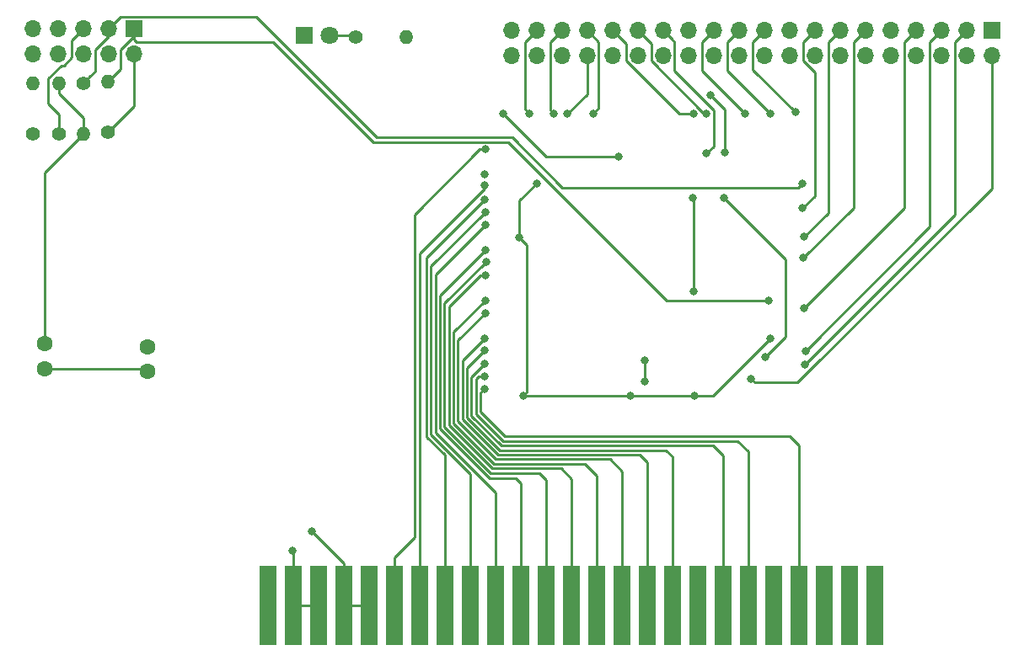
<source format=gbl>
G04 #@! TF.GenerationSoftware,KiCad,Pcbnew,(5.1.5)-3*
G04 #@! TF.CreationDate,2020-06-08T21:14:36+01:00*
G04 #@! TF.ProjectId,MSXPI2,4d535850-4932-42e6-9b69-6361645f7063,rev?*
G04 #@! TF.SameCoordinates,Original*
G04 #@! TF.FileFunction,Copper,L2,Bot*
G04 #@! TF.FilePolarity,Positive*
%FSLAX46Y46*%
G04 Gerber Fmt 4.6, Leading zero omitted, Abs format (unit mm)*
G04 Created by KiCad (PCBNEW (5.1.5)-3) date 2020-06-08 21:14:36*
%MOMM*%
%LPD*%
G04 APERTURE LIST*
%ADD10R,1.800000X8.000000*%
%ADD11O,1.400000X1.400000*%
%ADD12C,1.400000*%
%ADD13C,1.800000*%
%ADD14R,1.800000X1.800000*%
%ADD15C,1.600000*%
%ADD16R,1.700000X1.700000*%
%ADD17O,1.700000X1.700000*%
%ADD18C,0.800000*%
%ADD19C,0.250000*%
G04 APERTURE END LIST*
D10*
X107939840Y-89507440D03*
X110479840Y-89507440D03*
X113019840Y-89507440D03*
X115559840Y-89507440D03*
X118099840Y-89507440D03*
X120639840Y-89507440D03*
X123179840Y-89507440D03*
X125719840Y-89507440D03*
X128259840Y-89507440D03*
X130799840Y-89507440D03*
X133339840Y-89507440D03*
X135879840Y-89507440D03*
X138419840Y-89507440D03*
X140959840Y-89507440D03*
X143499840Y-89507440D03*
X146039840Y-89507440D03*
X148579840Y-89507440D03*
X151119840Y-89507440D03*
X153659840Y-89507440D03*
X156199840Y-89507440D03*
X158739840Y-89507440D03*
X161279840Y-89507440D03*
X163819840Y-89507440D03*
X166359840Y-89507440D03*
X168899840Y-89507440D03*
D11*
X121869200Y-32346900D03*
D12*
X116789200Y-32346900D03*
D13*
X114160300Y-32143700D03*
D14*
X111620300Y-32143700D03*
D15*
X95859600Y-63489200D03*
X95859600Y-65989200D03*
X85496400Y-65695200D03*
X85496400Y-63195200D03*
D11*
X84328000Y-36982400D03*
D12*
X84328000Y-42062400D03*
D11*
X86918800Y-37033200D03*
D12*
X86918800Y-42113200D03*
D11*
X89408000Y-42062400D03*
D12*
X89408000Y-36982400D03*
D11*
X91846400Y-36880800D03*
D12*
X91846400Y-41960800D03*
D16*
X180644800Y-31648400D03*
D17*
X180644800Y-34188400D03*
X178104800Y-31648400D03*
X178104800Y-34188400D03*
X175564800Y-31648400D03*
X175564800Y-34188400D03*
X173024800Y-31648400D03*
X173024800Y-34188400D03*
X170484800Y-31648400D03*
X170484800Y-34188400D03*
X167944800Y-31648400D03*
X167944800Y-34188400D03*
X165404800Y-31648400D03*
X165404800Y-34188400D03*
X162864800Y-31648400D03*
X162864800Y-34188400D03*
X160324800Y-31648400D03*
X160324800Y-34188400D03*
X157784800Y-31648400D03*
X157784800Y-34188400D03*
X155244800Y-31648400D03*
X155244800Y-34188400D03*
X152704800Y-31648400D03*
X152704800Y-34188400D03*
X150164800Y-31648400D03*
X150164800Y-34188400D03*
X147624800Y-31648400D03*
X147624800Y-34188400D03*
X145084800Y-31648400D03*
X145084800Y-34188400D03*
X142544800Y-31648400D03*
X142544800Y-34188400D03*
X140004800Y-31648400D03*
X140004800Y-34188400D03*
X137464800Y-31648400D03*
X137464800Y-34188400D03*
X134924800Y-31648400D03*
X134924800Y-34188400D03*
X132384800Y-31648400D03*
X132384800Y-34188400D03*
D16*
X94488000Y-31496000D03*
D17*
X94488000Y-34036000D03*
X91948000Y-31496000D03*
X91948000Y-34036000D03*
X89408000Y-31496000D03*
X89408000Y-34036000D03*
X86868000Y-31496000D03*
X86868000Y-34036000D03*
X84328000Y-31496000D03*
X84328000Y-34036000D03*
D18*
X158254700Y-58851800D03*
X161624610Y-47071497D03*
X110439200Y-84035900D03*
X156476700Y-66687700D03*
X145757900Y-64884300D03*
X145821400Y-67017900D03*
X131597400Y-40030400D03*
X143167100Y-44348400D03*
X129692400Y-46164500D03*
X112388750Y-82086350D03*
X133565900Y-68389500D03*
X144322800Y-68389500D03*
X150774400Y-68389500D03*
X158381700Y-62623700D03*
X133221900Y-52527200D03*
X134924800Y-47078900D03*
X138049000Y-40081200D03*
X161886900Y-65265300D03*
X161937700Y-63893700D03*
X161798000Y-59601100D03*
X161696400Y-54571900D03*
X161823400Y-52451000D03*
X161607500Y-49580800D03*
X160921700Y-39928800D03*
X158394400Y-40043100D03*
X155879800Y-40068500D03*
X152019000Y-40043100D03*
X150685500Y-40081200D03*
X140614400Y-40017700D03*
X136677400Y-40068500D03*
X134239000Y-40043100D03*
X129768600Y-43624500D03*
X129705100Y-47294800D03*
X129743200Y-48653700D03*
X129755900Y-49974500D03*
X129755900Y-51257200D03*
X129819400Y-53759100D03*
X129844800Y-54965600D03*
X129819400Y-56286400D03*
X129781300Y-58813700D03*
X129781300Y-60083700D03*
X129730500Y-62649100D03*
X129679700Y-63881000D03*
X129705100Y-65201800D03*
X129679700Y-66433700D03*
X129679700Y-67716400D03*
X150710900Y-57950100D03*
X150647400Y-48526700D03*
X152019000Y-44056300D03*
X152387300Y-38214300D03*
X153835100Y-43992800D03*
X153797000Y-48514000D03*
X157886400Y-64554100D03*
D19*
X93123001Y-33661997D02*
X93123001Y-35604199D01*
X93123001Y-35604199D02*
X92546399Y-36180801D01*
X94488000Y-32296998D02*
X93123001Y-33661997D01*
X92546399Y-36180801D02*
X91846400Y-36880800D01*
X94488000Y-31496000D02*
X94488000Y-32296998D01*
X118527999Y-42899499D02*
X132040799Y-42899499D01*
X94752999Y-32860999D02*
X108489499Y-32860999D01*
X94488000Y-31496000D02*
X94488000Y-32596000D01*
X108489499Y-32860999D02*
X118527999Y-42899499D01*
X94488000Y-32596000D02*
X94752999Y-32860999D01*
X132040799Y-42899499D02*
X147967700Y-58826400D01*
X147967700Y-58826400D02*
X158229300Y-58826400D01*
X158229300Y-58826400D02*
X158254700Y-58851800D01*
X90107999Y-36282401D02*
X89408000Y-36982400D01*
X90583001Y-33661997D02*
X90583001Y-35807399D01*
X90583001Y-35807399D02*
X90107999Y-36282401D01*
X91948000Y-32296998D02*
X90583001Y-33661997D01*
X91948000Y-31496000D02*
X91948000Y-32296998D01*
X106774999Y-30320999D02*
X118903489Y-42449489D01*
X91948000Y-31496000D02*
X93123001Y-30320999D01*
X93123001Y-30320999D02*
X106774999Y-30320999D01*
X118903489Y-42449489D02*
X132467089Y-42449489D01*
X132467089Y-42449489D02*
X137490200Y-47472600D01*
X137490200Y-47472600D02*
X157772100Y-47472600D01*
X157772100Y-47472600D02*
X161223507Y-47472600D01*
X161223507Y-47472600D02*
X161624610Y-47071497D01*
X111869840Y-89507440D02*
X110479840Y-89507440D01*
X113019840Y-89507440D02*
X111869840Y-89507440D01*
X110479840Y-85257440D02*
X110477300Y-85254900D01*
X110479840Y-89507440D02*
X110479840Y-85257440D01*
X110477300Y-85254900D02*
X110477300Y-84074000D01*
X110477300Y-84074000D02*
X110439200Y-84035900D01*
X88708001Y-42762399D02*
X89408000Y-42062400D01*
X85496400Y-45974000D02*
X88708001Y-42762399D01*
X85496400Y-63195200D02*
X85496400Y-45974000D01*
X89408000Y-41072451D02*
X89408000Y-42062400D01*
X89408000Y-40512349D02*
X89408000Y-41072451D01*
X86918800Y-38023149D02*
X89408000Y-40512349D01*
X86918800Y-37033200D02*
X86918800Y-38023149D01*
X180644800Y-35390481D02*
X180644800Y-34188400D01*
X180644800Y-47580402D02*
X180644800Y-35390481D01*
X161137503Y-67087699D02*
X180644800Y-47580402D01*
X156876699Y-67087699D02*
X161137503Y-67087699D01*
X156476700Y-66687700D02*
X156876699Y-67087699D01*
X145757900Y-64884300D02*
X145757900Y-66954400D01*
X145757900Y-66954400D02*
X145821400Y-67017900D01*
X131597400Y-40030400D02*
X135915400Y-44348400D01*
X135915400Y-44348400D02*
X143167100Y-44348400D01*
X88558001Y-32345999D02*
X89408000Y-31496000D01*
X88232999Y-32671001D02*
X88558001Y-32345999D01*
X88232999Y-34410003D02*
X88232999Y-32671001D01*
X87432001Y-35211001D02*
X88232999Y-34410003D01*
X87223997Y-35211001D02*
X87432001Y-35211001D01*
X85893799Y-36541199D02*
X87223997Y-35211001D01*
X85893799Y-39081199D02*
X85893799Y-36541199D01*
X86918800Y-40106200D02*
X85893799Y-39081199D01*
X86918800Y-42113200D02*
X86918800Y-40106200D01*
X116709840Y-89507440D02*
X118099840Y-89507440D01*
X115559840Y-89507440D02*
X116709840Y-89507440D01*
X95565600Y-65695200D02*
X95859600Y-65989200D01*
X85496400Y-65695200D02*
X95565600Y-65695200D01*
X115559840Y-89507440D02*
X115559840Y-85257440D01*
X115559840Y-85257440D02*
X112388750Y-82086350D01*
X112388750Y-82086350D02*
X112166600Y-81864200D01*
X94488000Y-39319200D02*
X94488000Y-34036000D01*
X91846400Y-41960800D02*
X94488000Y-39319200D01*
X133565900Y-68389500D02*
X144322800Y-68389500D01*
X150774400Y-68389500D02*
X144322800Y-68389500D01*
X152615900Y-68389500D02*
X150774400Y-68389500D01*
X158381700Y-62623700D02*
X152615900Y-68389500D01*
X133965899Y-67989501D02*
X133565900Y-68389500D01*
X133965899Y-67976699D02*
X133965899Y-67989501D01*
X133934200Y-53239500D02*
X133934200Y-67945000D01*
X133934200Y-67945000D02*
X133965899Y-67976699D01*
X133221900Y-52527200D02*
X133934200Y-53239500D01*
X133221900Y-52527200D02*
X133221900Y-48781800D01*
X133221900Y-48781800D02*
X134924800Y-47078900D01*
X140004800Y-38125400D02*
X140004800Y-34188400D01*
X138049000Y-40081200D02*
X140004800Y-38125400D01*
X116586000Y-32143700D02*
X116789200Y-32346900D01*
X114160300Y-32143700D02*
X116586000Y-32143700D01*
X176929799Y-50222401D02*
X161886900Y-65265300D01*
X178104800Y-31648400D02*
X176929799Y-32823401D01*
X176929799Y-32823401D02*
X176929799Y-50222401D01*
X174389799Y-51441601D02*
X161937700Y-63893700D01*
X175564800Y-31648400D02*
X174389799Y-32823401D01*
X174389799Y-32823401D02*
X174389799Y-51441601D01*
X171849799Y-49549301D02*
X161798000Y-59601100D01*
X173024800Y-31648400D02*
X171849799Y-32823401D01*
X171849799Y-32823401D02*
X171849799Y-49549301D01*
X166769799Y-49498501D02*
X161696400Y-54571900D01*
X167944800Y-31648400D02*
X166769799Y-32823401D01*
X166769799Y-32823401D02*
X166769799Y-49498501D01*
X165404800Y-31648400D02*
X164229799Y-32823401D01*
X164229799Y-50044601D02*
X161823400Y-52451000D01*
X164229799Y-32823401D02*
X164229799Y-50044601D01*
X161689799Y-32823401D02*
X161689799Y-34752401D01*
X161689799Y-34752401D02*
X162864800Y-35927402D01*
X162864800Y-31648400D02*
X161689799Y-32823401D01*
X162864800Y-35927402D02*
X162864800Y-48323500D01*
X162864800Y-48323500D02*
X161607500Y-49580800D01*
X156609799Y-35616899D02*
X160921700Y-39928800D01*
X157784800Y-31648400D02*
X156609799Y-32823401D01*
X156609799Y-32823401D02*
X156609799Y-35616899D01*
X154069799Y-35718499D02*
X158394400Y-40043100D01*
X155244800Y-31648400D02*
X154069799Y-32823401D01*
X154069799Y-32823401D02*
X154069799Y-35718499D01*
X151529799Y-35718499D02*
X155879800Y-40068500D01*
X152704800Y-31648400D02*
X151529799Y-32823401D01*
X151529799Y-32823401D02*
X151529799Y-35718499D01*
X151740498Y-40043100D02*
X152019000Y-40043100D01*
X146449799Y-34752401D02*
X151740498Y-40043100D01*
X145084800Y-31648400D02*
X146449799Y-33013399D01*
X146449799Y-33013399D02*
X146449799Y-34752401D01*
X149238598Y-40081200D02*
X150685500Y-40081200D01*
X143909799Y-34752401D02*
X149238598Y-40081200D01*
X142544800Y-31648400D02*
X143909799Y-33013399D01*
X143909799Y-33013399D02*
X143909799Y-34752401D01*
X141179801Y-39452299D02*
X140614400Y-40017700D01*
X140004800Y-31648400D02*
X141179801Y-32823401D01*
X141179801Y-32823401D02*
X141179801Y-39452299D01*
X137464800Y-31648400D02*
X136289799Y-32823401D01*
X136289799Y-39680899D02*
X136677400Y-40068500D01*
X136289799Y-32823401D02*
X136289799Y-39680899D01*
X133749799Y-39553899D02*
X134239000Y-40043100D01*
X134924800Y-31648400D02*
X133749799Y-32823401D01*
X133749799Y-32823401D02*
X133749799Y-39553899D01*
X129202915Y-43624500D02*
X122643900Y-50183515D01*
X129768600Y-43624500D02*
X129202915Y-43624500D01*
X122643900Y-50183515D02*
X122643900Y-82638900D01*
X120639840Y-84642960D02*
X120639840Y-89507440D01*
X122643900Y-82638900D02*
X120639840Y-84642960D01*
X123179840Y-85257440D02*
X123179840Y-89507440D01*
X123179840Y-54144058D02*
X123179840Y-85257440D01*
X129705100Y-47618798D02*
X123179840Y-54144058D01*
X129705100Y-47294800D02*
X129705100Y-47618798D01*
X123879591Y-54517309D02*
X123879591Y-72534901D01*
X129743200Y-48653700D02*
X123879591Y-54517309D01*
X125719840Y-74375150D02*
X125719840Y-89507440D01*
X123879591Y-72534901D02*
X125719840Y-74375150D01*
X124329600Y-55400800D02*
X124329600Y-72348500D01*
X129755900Y-49974500D02*
X124329600Y-55400800D01*
X128259840Y-76278740D02*
X128259840Y-89507440D01*
X124329600Y-72348500D02*
X128259840Y-76278740D01*
X124779610Y-56233490D02*
X124779610Y-72138110D01*
X129755900Y-51257200D02*
X124779610Y-56233490D01*
X130799840Y-78158340D02*
X130799840Y-89507440D01*
X124779610Y-72138110D02*
X130799840Y-78158340D01*
X125229620Y-71737210D02*
X130200410Y-76708000D01*
X129819400Y-53759100D02*
X125229620Y-58348880D01*
X125229620Y-58348880D02*
X125229620Y-71737210D01*
X130200410Y-76708000D02*
X132803900Y-76708000D01*
X133339840Y-77243940D02*
X133339840Y-89507440D01*
X132803900Y-76708000D02*
X133339840Y-77243940D01*
X125679629Y-71550809D02*
X130341520Y-76212700D01*
X129844800Y-54965600D02*
X125679629Y-59130771D01*
X125679629Y-59130771D02*
X125679629Y-71550809D01*
X130341520Y-76212700D02*
X135216900Y-76212700D01*
X135879840Y-76875640D02*
X135879840Y-89507440D01*
X135216900Y-76212700D02*
X135879840Y-76875640D01*
X129819400Y-56286400D02*
X129253715Y-56286400D01*
X126129638Y-71364408D02*
X130488140Y-75722910D01*
X129253715Y-56286400D02*
X126129638Y-59410477D01*
X126129638Y-59410477D02*
X126129638Y-71364408D01*
X130488140Y-75722910D02*
X137381410Y-75722910D01*
X138419840Y-76761340D02*
X138419840Y-89507440D01*
X137381410Y-75722910D02*
X138419840Y-76761340D01*
X126579647Y-71178007D02*
X130674540Y-75272900D01*
X129781300Y-58813700D02*
X126579647Y-62015353D01*
X126579647Y-62015353D02*
X126579647Y-71178007D01*
X130674540Y-75272900D02*
X139750800Y-75272900D01*
X140959840Y-76481940D02*
X140959840Y-89507440D01*
X139750800Y-75272900D02*
X140959840Y-76481940D01*
X127029656Y-70991606D02*
X130839370Y-74801320D01*
X129781300Y-60083700D02*
X127029655Y-62835345D01*
X127029655Y-62835345D02*
X127029656Y-70991606D01*
X130839370Y-74801320D02*
X142289120Y-74801320D01*
X143499840Y-76012040D02*
X143499840Y-89507440D01*
X142289120Y-74801320D02*
X143499840Y-76012040D01*
X127479665Y-70805205D02*
X131025770Y-74351310D01*
X129730500Y-62649100D02*
X127479665Y-64899935D01*
X127479665Y-64899935D02*
X127479665Y-70805205D01*
X131025770Y-74351310D02*
X145280810Y-74351310D01*
X146039840Y-75110340D02*
X146039840Y-89507440D01*
X145280810Y-74351310D02*
X146039840Y-75110340D01*
X127929674Y-70618804D02*
X131212170Y-73901300D01*
X129679700Y-63881000D02*
X127929673Y-65631027D01*
X127929673Y-65631027D02*
X127929674Y-70618804D01*
X131212170Y-73901300D02*
X147929600Y-73901300D01*
X148579840Y-74551540D02*
X148579840Y-89507440D01*
X147929600Y-73901300D02*
X148579840Y-74551540D01*
X128379683Y-70432403D02*
X131364300Y-73417020D01*
X129705100Y-65201800D02*
X128379683Y-66527217D01*
X128379683Y-66527217D02*
X128379683Y-70432403D01*
X131364300Y-73417020D02*
X152614220Y-73417020D01*
X153659840Y-74462640D02*
X153659840Y-89507440D01*
X152614220Y-73417020D02*
X153659840Y-74462640D01*
X128829691Y-66718024D02*
X128829692Y-70246002D01*
X129679700Y-66433700D02*
X129114015Y-66433700D01*
X128829692Y-70246002D02*
X131550700Y-72967010D01*
X129114015Y-66433700D02*
X128829691Y-66718024D01*
X131550700Y-72967010D02*
X155148710Y-72967010D01*
X156199840Y-74018140D02*
X156199840Y-89507440D01*
X155148710Y-72967010D02*
X156199840Y-74018140D01*
X129279701Y-68116399D02*
X129279701Y-70059601D01*
X129679700Y-67716400D02*
X129279701Y-68116399D01*
X129279701Y-70059601D02*
X131737100Y-72517000D01*
X131737100Y-72517000D02*
X160362900Y-72517000D01*
X161279840Y-73433940D02*
X161279840Y-89507440D01*
X160362900Y-72517000D02*
X161279840Y-73433940D01*
X150710900Y-57950100D02*
X150710900Y-48590200D01*
X150710900Y-48590200D02*
X150647400Y-48526700D01*
X148474799Y-32498399D02*
X147624800Y-31648400D01*
X148799801Y-35750899D02*
X148799801Y-32823401D01*
X152744001Y-39695099D02*
X148799801Y-35750899D01*
X152744001Y-43331299D02*
X152744001Y-39695099D01*
X148799801Y-32823401D02*
X148474799Y-32498399D01*
X152019000Y-44056300D02*
X152744001Y-43331299D01*
X152387300Y-38214300D02*
X153835100Y-39662100D01*
X153835100Y-39662100D02*
X153835100Y-43992800D01*
X153797000Y-48514000D02*
X159969200Y-54686200D01*
X159969200Y-54686200D02*
X159969200Y-62471300D01*
X159969200Y-62471300D02*
X157886400Y-64554100D01*
M02*

</source>
